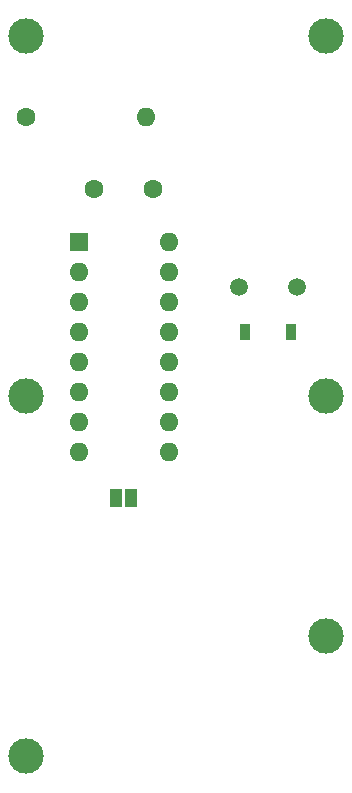
<source format=gbr>
%TF.GenerationSoftware,KiCad,Pcbnew,(6.0.5)*%
%TF.CreationDate,2022-06-29T09:53:36+09:30*%
%TF.ProjectId,SX-64 8701,53582d36-3420-4383-9730-312e6b696361,rev?*%
%TF.SameCoordinates,Original*%
%TF.FileFunction,Soldermask,Top*%
%TF.FilePolarity,Negative*%
%FSLAX46Y46*%
G04 Gerber Fmt 4.6, Leading zero omitted, Abs format (unit mm)*
G04 Created by KiCad (PCBNEW (6.0.5)) date 2022-06-29 09:53:36*
%MOMM*%
%LPD*%
G01*
G04 APERTURE LIST*
%ADD10R,1.600000X1.600000*%
%ADD11O,1.600000X1.600000*%
%ADD12C,1.500000*%
%ADD13C,3.000000*%
%ADD14R,0.900000X1.400000*%
%ADD15R,1.000000X1.500000*%
%ADD16C,1.600000*%
G04 APERTURE END LIST*
D10*
%TO.C,U1*%
X128524000Y-85092500D03*
D11*
X128524000Y-87632500D03*
X128524000Y-90172500D03*
X128524000Y-92712500D03*
X128524000Y-95252500D03*
X128524000Y-97792500D03*
X128524000Y-100332500D03*
X128524000Y-102872500D03*
X136144000Y-102872500D03*
X136144000Y-100332500D03*
X136144000Y-97792500D03*
X136144000Y-95252500D03*
X136144000Y-92712500D03*
X136144000Y-90172500D03*
X136144000Y-87632500D03*
X136144000Y-85092500D03*
%TD*%
D12*
%TO.C,Y1*%
X146976000Y-88930000D03*
X142076000Y-88930000D03*
%TD*%
D13*
%TO.C,DotClock*%
X149481500Y-98173500D03*
%TD*%
D14*
%TO.C,CT1*%
X142576000Y-92710000D03*
X146476000Y-92710000D03*
%TD*%
D13*
%TO.C,\u00D8Color*%
X124081500Y-128653500D03*
%TD*%
%TO.C,\u00D8o*%
X149481500Y-67693500D03*
%TD*%
%TO.C,5V*%
X124081500Y-67693500D03*
%TD*%
%TO.C,GND*%
X124081500Y-98173500D03*
%TD*%
D15*
%TO.C,JP1*%
X131684000Y-106807000D03*
X132984000Y-106807000D03*
%TD*%
D16*
%TO.C,C1*%
X129834000Y-80645000D03*
X134834000Y-80645000D03*
%TD*%
D13*
%TO.C,GND*%
X149481500Y-118493500D03*
%TD*%
D16*
%TO.C,L1*%
X124079000Y-74549000D03*
D11*
X134239000Y-74549000D03*
%TD*%
M02*

</source>
